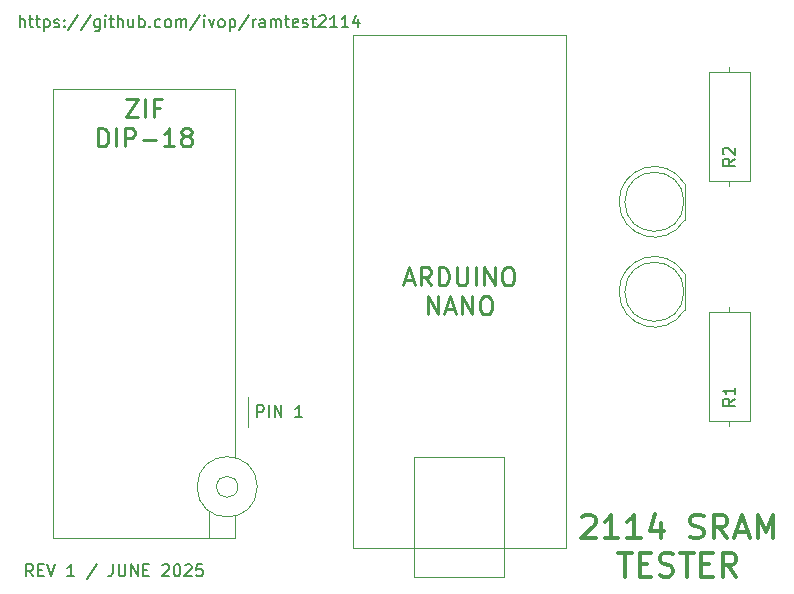
<source format=gto>
G04 #@! TF.GenerationSoftware,KiCad,Pcbnew,6.0.2+dfsg-1*
G04 #@! TF.CreationDate,2025-06-03T01:46:33+02:00*
G04 #@! TF.ProjectId,ramtest2114,72616d74-6573-4743-9231-31342e6b6963,rev?*
G04 #@! TF.SameCoordinates,Original*
G04 #@! TF.FileFunction,Legend,Top*
G04 #@! TF.FilePolarity,Positive*
%FSLAX46Y46*%
G04 Gerber Fmt 4.6, Leading zero omitted, Abs format (unit mm)*
G04 Created by KiCad (PCBNEW 6.0.2+dfsg-1) date 2025-06-03 01:46:33*
%MOMM*%
%LPD*%
G01*
G04 APERTURE LIST*
%ADD10C,0.228600*%
%ADD11C,0.300000*%
%ADD12C,0.150000*%
%ADD13C,0.120000*%
%ADD14C,0.100000*%
%ADD15R,2.000000X1.440000*%
%ADD16O,2.000000X1.440000*%
%ADD17O,1.600000X2.540000*%
%ADD18R,1.800000X2.540000*%
%ADD19O,1.800000X2.540000*%
%ADD20R,2.540000X1.600000*%
%ADD21O,2.540000X1.600000*%
G04 APERTURE END LIST*
D10*
X69015428Y-75227180D02*
X69741142Y-75227180D01*
X68870285Y-75662608D02*
X69378285Y-74138608D01*
X69886285Y-75662608D01*
X71265142Y-75662608D02*
X70757142Y-74936894D01*
X70394285Y-75662608D02*
X70394285Y-74138608D01*
X70974857Y-74138608D01*
X71120000Y-74211180D01*
X71192571Y-74283751D01*
X71265142Y-74428894D01*
X71265142Y-74646608D01*
X71192571Y-74791751D01*
X71120000Y-74864322D01*
X70974857Y-74936894D01*
X70394285Y-74936894D01*
X71918285Y-75662608D02*
X71918285Y-74138608D01*
X72281142Y-74138608D01*
X72498857Y-74211180D01*
X72644000Y-74356322D01*
X72716571Y-74501465D01*
X72789142Y-74791751D01*
X72789142Y-75009465D01*
X72716571Y-75299751D01*
X72644000Y-75444894D01*
X72498857Y-75590037D01*
X72281142Y-75662608D01*
X71918285Y-75662608D01*
X73442285Y-74138608D02*
X73442285Y-75372322D01*
X73514857Y-75517465D01*
X73587428Y-75590037D01*
X73732571Y-75662608D01*
X74022857Y-75662608D01*
X74168000Y-75590037D01*
X74240571Y-75517465D01*
X74313142Y-75372322D01*
X74313142Y-74138608D01*
X75038857Y-75662608D02*
X75038857Y-74138608D01*
X75764571Y-75662608D02*
X75764571Y-74138608D01*
X76635428Y-75662608D01*
X76635428Y-74138608D01*
X77651428Y-74138608D02*
X77941714Y-74138608D01*
X78086857Y-74211180D01*
X78232000Y-74356322D01*
X78304571Y-74646608D01*
X78304571Y-75154608D01*
X78232000Y-75444894D01*
X78086857Y-75590037D01*
X77941714Y-75662608D01*
X77651428Y-75662608D01*
X77506285Y-75590037D01*
X77361142Y-75444894D01*
X77288571Y-75154608D01*
X77288571Y-74646608D01*
X77361142Y-74356322D01*
X77506285Y-74211180D01*
X77651428Y-74138608D01*
X70974857Y-78116248D02*
X70974857Y-76592248D01*
X71845714Y-78116248D01*
X71845714Y-76592248D01*
X72498857Y-77680820D02*
X73224571Y-77680820D01*
X72353714Y-78116248D02*
X72861714Y-76592248D01*
X73369714Y-78116248D01*
X73877714Y-78116248D02*
X73877714Y-76592248D01*
X74748571Y-78116248D01*
X74748571Y-76592248D01*
X75764571Y-76592248D02*
X76054857Y-76592248D01*
X76200000Y-76664820D01*
X76345142Y-76809962D01*
X76417714Y-77100248D01*
X76417714Y-77608248D01*
X76345142Y-77898534D01*
X76200000Y-78043677D01*
X76054857Y-78116248D01*
X75764571Y-78116248D01*
X75619428Y-78043677D01*
X75474285Y-77898534D01*
X75401714Y-77608248D01*
X75401714Y-77100248D01*
X75474285Y-76809962D01*
X75619428Y-76664820D01*
X75764571Y-76592248D01*
D11*
X84059142Y-95275238D02*
X84154380Y-95180000D01*
X84344857Y-95084761D01*
X84821047Y-95084761D01*
X85011523Y-95180000D01*
X85106761Y-95275238D01*
X85202000Y-95465714D01*
X85202000Y-95656190D01*
X85106761Y-95941904D01*
X83963904Y-97084761D01*
X85202000Y-97084761D01*
X87106761Y-97084761D02*
X85963904Y-97084761D01*
X86535333Y-97084761D02*
X86535333Y-95084761D01*
X86344857Y-95370476D01*
X86154380Y-95560952D01*
X85963904Y-95656190D01*
X89011523Y-97084761D02*
X87868666Y-97084761D01*
X88440095Y-97084761D02*
X88440095Y-95084761D01*
X88249619Y-95370476D01*
X88059142Y-95560952D01*
X87868666Y-95656190D01*
X90725809Y-95751428D02*
X90725809Y-97084761D01*
X90249619Y-94989523D02*
X89773428Y-96418095D01*
X91011523Y-96418095D01*
X93202000Y-96989523D02*
X93487714Y-97084761D01*
X93963904Y-97084761D01*
X94154380Y-96989523D01*
X94249619Y-96894285D01*
X94344857Y-96703809D01*
X94344857Y-96513333D01*
X94249619Y-96322857D01*
X94154380Y-96227619D01*
X93963904Y-96132380D01*
X93582952Y-96037142D01*
X93392476Y-95941904D01*
X93297238Y-95846666D01*
X93202000Y-95656190D01*
X93202000Y-95465714D01*
X93297238Y-95275238D01*
X93392476Y-95180000D01*
X93582952Y-95084761D01*
X94059142Y-95084761D01*
X94344857Y-95180000D01*
X96344857Y-97084761D02*
X95678190Y-96132380D01*
X95202000Y-97084761D02*
X95202000Y-95084761D01*
X95963904Y-95084761D01*
X96154380Y-95180000D01*
X96249619Y-95275238D01*
X96344857Y-95465714D01*
X96344857Y-95751428D01*
X96249619Y-95941904D01*
X96154380Y-96037142D01*
X95963904Y-96132380D01*
X95202000Y-96132380D01*
X97106761Y-96513333D02*
X98059142Y-96513333D01*
X96916285Y-97084761D02*
X97582952Y-95084761D01*
X98249619Y-97084761D01*
X98916285Y-97084761D02*
X98916285Y-95084761D01*
X99582952Y-96513333D01*
X100249619Y-95084761D01*
X100249619Y-97084761D01*
X87106761Y-98304761D02*
X88249619Y-98304761D01*
X87678190Y-100304761D02*
X87678190Y-98304761D01*
X88916285Y-99257142D02*
X89582952Y-99257142D01*
X89868666Y-100304761D02*
X88916285Y-100304761D01*
X88916285Y-98304761D01*
X89868666Y-98304761D01*
X90630571Y-100209523D02*
X90916285Y-100304761D01*
X91392476Y-100304761D01*
X91582952Y-100209523D01*
X91678190Y-100114285D01*
X91773428Y-99923809D01*
X91773428Y-99733333D01*
X91678190Y-99542857D01*
X91582952Y-99447619D01*
X91392476Y-99352380D01*
X91011523Y-99257142D01*
X90821047Y-99161904D01*
X90725809Y-99066666D01*
X90630571Y-98876190D01*
X90630571Y-98685714D01*
X90725809Y-98495238D01*
X90821047Y-98400000D01*
X91011523Y-98304761D01*
X91487714Y-98304761D01*
X91773428Y-98400000D01*
X92344857Y-98304761D02*
X93487714Y-98304761D01*
X92916285Y-100304761D02*
X92916285Y-98304761D01*
X94154380Y-99257142D02*
X94821047Y-99257142D01*
X95106761Y-100304761D02*
X94154380Y-100304761D01*
X94154380Y-98304761D01*
X95106761Y-98304761D01*
X97106761Y-100304761D02*
X96440095Y-99352380D01*
X95963904Y-100304761D02*
X95963904Y-98304761D01*
X96725809Y-98304761D01*
X96916285Y-98400000D01*
X97011523Y-98495238D01*
X97106761Y-98685714D01*
X97106761Y-98971428D01*
X97011523Y-99161904D01*
X96916285Y-99257142D01*
X96725809Y-99352380D01*
X95963904Y-99352380D01*
D12*
X56539047Y-86812380D02*
X56539047Y-85812380D01*
X56920000Y-85812380D01*
X57015238Y-85860000D01*
X57062857Y-85907619D01*
X57110476Y-86002857D01*
X57110476Y-86145714D01*
X57062857Y-86240952D01*
X57015238Y-86288571D01*
X56920000Y-86336190D01*
X56539047Y-86336190D01*
X57539047Y-86812380D02*
X57539047Y-85812380D01*
X58015238Y-86812380D02*
X58015238Y-85812380D01*
X58586666Y-86812380D01*
X58586666Y-85812380D01*
X60348571Y-86812380D02*
X59777142Y-86812380D01*
X60062857Y-86812380D02*
X60062857Y-85812380D01*
X59967619Y-85955238D01*
X59872380Y-86050476D01*
X59777142Y-86098095D01*
X36442857Y-53792380D02*
X36442857Y-52792380D01*
X36871428Y-53792380D02*
X36871428Y-53268571D01*
X36823809Y-53173333D01*
X36728571Y-53125714D01*
X36585714Y-53125714D01*
X36490476Y-53173333D01*
X36442857Y-53220952D01*
X37204761Y-53125714D02*
X37585714Y-53125714D01*
X37347619Y-52792380D02*
X37347619Y-53649523D01*
X37395238Y-53744761D01*
X37490476Y-53792380D01*
X37585714Y-53792380D01*
X37776190Y-53125714D02*
X38157142Y-53125714D01*
X37919047Y-52792380D02*
X37919047Y-53649523D01*
X37966666Y-53744761D01*
X38061904Y-53792380D01*
X38157142Y-53792380D01*
X38490476Y-53125714D02*
X38490476Y-54125714D01*
X38490476Y-53173333D02*
X38585714Y-53125714D01*
X38776190Y-53125714D01*
X38871428Y-53173333D01*
X38919047Y-53220952D01*
X38966666Y-53316190D01*
X38966666Y-53601904D01*
X38919047Y-53697142D01*
X38871428Y-53744761D01*
X38776190Y-53792380D01*
X38585714Y-53792380D01*
X38490476Y-53744761D01*
X39347619Y-53744761D02*
X39442857Y-53792380D01*
X39633333Y-53792380D01*
X39728571Y-53744761D01*
X39776190Y-53649523D01*
X39776190Y-53601904D01*
X39728571Y-53506666D01*
X39633333Y-53459047D01*
X39490476Y-53459047D01*
X39395238Y-53411428D01*
X39347619Y-53316190D01*
X39347619Y-53268571D01*
X39395238Y-53173333D01*
X39490476Y-53125714D01*
X39633333Y-53125714D01*
X39728571Y-53173333D01*
X40204761Y-53697142D02*
X40252380Y-53744761D01*
X40204761Y-53792380D01*
X40157142Y-53744761D01*
X40204761Y-53697142D01*
X40204761Y-53792380D01*
X40204761Y-53173333D02*
X40252380Y-53220952D01*
X40204761Y-53268571D01*
X40157142Y-53220952D01*
X40204761Y-53173333D01*
X40204761Y-53268571D01*
X41395238Y-52744761D02*
X40538095Y-54030476D01*
X42442857Y-52744761D02*
X41585714Y-54030476D01*
X43204761Y-53125714D02*
X43204761Y-53935238D01*
X43157142Y-54030476D01*
X43109523Y-54078095D01*
X43014285Y-54125714D01*
X42871428Y-54125714D01*
X42776190Y-54078095D01*
X43204761Y-53744761D02*
X43109523Y-53792380D01*
X42919047Y-53792380D01*
X42823809Y-53744761D01*
X42776190Y-53697142D01*
X42728571Y-53601904D01*
X42728571Y-53316190D01*
X42776190Y-53220952D01*
X42823809Y-53173333D01*
X42919047Y-53125714D01*
X43109523Y-53125714D01*
X43204761Y-53173333D01*
X43680952Y-53792380D02*
X43680952Y-53125714D01*
X43680952Y-52792380D02*
X43633333Y-52840000D01*
X43680952Y-52887619D01*
X43728571Y-52840000D01*
X43680952Y-52792380D01*
X43680952Y-52887619D01*
X44014285Y-53125714D02*
X44395238Y-53125714D01*
X44157142Y-52792380D02*
X44157142Y-53649523D01*
X44204761Y-53744761D01*
X44300000Y-53792380D01*
X44395238Y-53792380D01*
X44728571Y-53792380D02*
X44728571Y-52792380D01*
X45157142Y-53792380D02*
X45157142Y-53268571D01*
X45109523Y-53173333D01*
X45014285Y-53125714D01*
X44871428Y-53125714D01*
X44776190Y-53173333D01*
X44728571Y-53220952D01*
X46061904Y-53125714D02*
X46061904Y-53792380D01*
X45633333Y-53125714D02*
X45633333Y-53649523D01*
X45680952Y-53744761D01*
X45776190Y-53792380D01*
X45919047Y-53792380D01*
X46014285Y-53744761D01*
X46061904Y-53697142D01*
X46538095Y-53792380D02*
X46538095Y-52792380D01*
X46538095Y-53173333D02*
X46633333Y-53125714D01*
X46823809Y-53125714D01*
X46919047Y-53173333D01*
X46966666Y-53220952D01*
X47014285Y-53316190D01*
X47014285Y-53601904D01*
X46966666Y-53697142D01*
X46919047Y-53744761D01*
X46823809Y-53792380D01*
X46633333Y-53792380D01*
X46538095Y-53744761D01*
X47442857Y-53697142D02*
X47490476Y-53744761D01*
X47442857Y-53792380D01*
X47395238Y-53744761D01*
X47442857Y-53697142D01*
X47442857Y-53792380D01*
X48347619Y-53744761D02*
X48252380Y-53792380D01*
X48061904Y-53792380D01*
X47966666Y-53744761D01*
X47919047Y-53697142D01*
X47871428Y-53601904D01*
X47871428Y-53316190D01*
X47919047Y-53220952D01*
X47966666Y-53173333D01*
X48061904Y-53125714D01*
X48252380Y-53125714D01*
X48347619Y-53173333D01*
X48919047Y-53792380D02*
X48823809Y-53744761D01*
X48776190Y-53697142D01*
X48728571Y-53601904D01*
X48728571Y-53316190D01*
X48776190Y-53220952D01*
X48823809Y-53173333D01*
X48919047Y-53125714D01*
X49061904Y-53125714D01*
X49157142Y-53173333D01*
X49204761Y-53220952D01*
X49252380Y-53316190D01*
X49252380Y-53601904D01*
X49204761Y-53697142D01*
X49157142Y-53744761D01*
X49061904Y-53792380D01*
X48919047Y-53792380D01*
X49680952Y-53792380D02*
X49680952Y-53125714D01*
X49680952Y-53220952D02*
X49728571Y-53173333D01*
X49823809Y-53125714D01*
X49966666Y-53125714D01*
X50061904Y-53173333D01*
X50109523Y-53268571D01*
X50109523Y-53792380D01*
X50109523Y-53268571D02*
X50157142Y-53173333D01*
X50252380Y-53125714D01*
X50395238Y-53125714D01*
X50490476Y-53173333D01*
X50538095Y-53268571D01*
X50538095Y-53792380D01*
X51728571Y-52744761D02*
X50871428Y-54030476D01*
X52061904Y-53792380D02*
X52061904Y-53125714D01*
X52061904Y-52792380D02*
X52014285Y-52840000D01*
X52061904Y-52887619D01*
X52109523Y-52840000D01*
X52061904Y-52792380D01*
X52061904Y-52887619D01*
X52442857Y-53125714D02*
X52680952Y-53792380D01*
X52919047Y-53125714D01*
X53442857Y-53792380D02*
X53347619Y-53744761D01*
X53300000Y-53697142D01*
X53252380Y-53601904D01*
X53252380Y-53316190D01*
X53300000Y-53220952D01*
X53347619Y-53173333D01*
X53442857Y-53125714D01*
X53585714Y-53125714D01*
X53680952Y-53173333D01*
X53728571Y-53220952D01*
X53776190Y-53316190D01*
X53776190Y-53601904D01*
X53728571Y-53697142D01*
X53680952Y-53744761D01*
X53585714Y-53792380D01*
X53442857Y-53792380D01*
X54204761Y-53125714D02*
X54204761Y-54125714D01*
X54204761Y-53173333D02*
X54299999Y-53125714D01*
X54490476Y-53125714D01*
X54585714Y-53173333D01*
X54633333Y-53220952D01*
X54680952Y-53316190D01*
X54680952Y-53601904D01*
X54633333Y-53697142D01*
X54585714Y-53744761D01*
X54490476Y-53792380D01*
X54299999Y-53792380D01*
X54204761Y-53744761D01*
X55823809Y-52744761D02*
X54966666Y-54030476D01*
X56157142Y-53792380D02*
X56157142Y-53125714D01*
X56157142Y-53316190D02*
X56204761Y-53220952D01*
X56252380Y-53173333D01*
X56347619Y-53125714D01*
X56442857Y-53125714D01*
X57204761Y-53792380D02*
X57204761Y-53268571D01*
X57157142Y-53173333D01*
X57061904Y-53125714D01*
X56871428Y-53125714D01*
X56776190Y-53173333D01*
X57204761Y-53744761D02*
X57109523Y-53792380D01*
X56871428Y-53792380D01*
X56776190Y-53744761D01*
X56728571Y-53649523D01*
X56728571Y-53554285D01*
X56776190Y-53459047D01*
X56871428Y-53411428D01*
X57109523Y-53411428D01*
X57204761Y-53363809D01*
X57680952Y-53792380D02*
X57680952Y-53125714D01*
X57680952Y-53220952D02*
X57728571Y-53173333D01*
X57823809Y-53125714D01*
X57966666Y-53125714D01*
X58061904Y-53173333D01*
X58109523Y-53268571D01*
X58109523Y-53792380D01*
X58109523Y-53268571D02*
X58157142Y-53173333D01*
X58252380Y-53125714D01*
X58395238Y-53125714D01*
X58490476Y-53173333D01*
X58538095Y-53268571D01*
X58538095Y-53792380D01*
X58871428Y-53125714D02*
X59252380Y-53125714D01*
X59014285Y-52792380D02*
X59014285Y-53649523D01*
X59061904Y-53744761D01*
X59157142Y-53792380D01*
X59252380Y-53792380D01*
X59966666Y-53744761D02*
X59871428Y-53792380D01*
X59680952Y-53792380D01*
X59585714Y-53744761D01*
X59538095Y-53649523D01*
X59538095Y-53268571D01*
X59585714Y-53173333D01*
X59680952Y-53125714D01*
X59871428Y-53125714D01*
X59966666Y-53173333D01*
X60014285Y-53268571D01*
X60014285Y-53363809D01*
X59538095Y-53459047D01*
X60395238Y-53744761D02*
X60490476Y-53792380D01*
X60680952Y-53792380D01*
X60776190Y-53744761D01*
X60823809Y-53649523D01*
X60823809Y-53601904D01*
X60776190Y-53506666D01*
X60680952Y-53459047D01*
X60538095Y-53459047D01*
X60442857Y-53411428D01*
X60395238Y-53316190D01*
X60395238Y-53268571D01*
X60442857Y-53173333D01*
X60538095Y-53125714D01*
X60680952Y-53125714D01*
X60776190Y-53173333D01*
X61109523Y-53125714D02*
X61490476Y-53125714D01*
X61252380Y-52792380D02*
X61252380Y-53649523D01*
X61299999Y-53744761D01*
X61395238Y-53792380D01*
X61490476Y-53792380D01*
X61776190Y-52887619D02*
X61823809Y-52840000D01*
X61919047Y-52792380D01*
X62157142Y-52792380D01*
X62252380Y-52840000D01*
X62299999Y-52887619D01*
X62347619Y-52982857D01*
X62347619Y-53078095D01*
X62299999Y-53220952D01*
X61728571Y-53792380D01*
X62347619Y-53792380D01*
X63299999Y-53792380D02*
X62728571Y-53792380D01*
X63014285Y-53792380D02*
X63014285Y-52792380D01*
X62919047Y-52935238D01*
X62823809Y-53030476D01*
X62728571Y-53078095D01*
X64252380Y-53792380D02*
X63680952Y-53792380D01*
X63966666Y-53792380D02*
X63966666Y-52792380D01*
X63871428Y-52935238D01*
X63776190Y-53030476D01*
X63680952Y-53078095D01*
X65109523Y-53125714D02*
X65109523Y-53792380D01*
X64871428Y-52744761D02*
X64633333Y-53459047D01*
X65252380Y-53459047D01*
D10*
X45466000Y-59914608D02*
X46482000Y-59914608D01*
X45466000Y-61438608D01*
X46482000Y-61438608D01*
X47062571Y-61438608D02*
X47062571Y-59914608D01*
X48296285Y-60640322D02*
X47788285Y-60640322D01*
X47788285Y-61438608D02*
X47788285Y-59914608D01*
X48514000Y-59914608D01*
X43071142Y-63892248D02*
X43071142Y-62368248D01*
X43434000Y-62368248D01*
X43651714Y-62440820D01*
X43796857Y-62585962D01*
X43869428Y-62731105D01*
X43942000Y-63021391D01*
X43942000Y-63239105D01*
X43869428Y-63529391D01*
X43796857Y-63674534D01*
X43651714Y-63819677D01*
X43434000Y-63892248D01*
X43071142Y-63892248D01*
X44595142Y-63892248D02*
X44595142Y-62368248D01*
X45320857Y-63892248D02*
X45320857Y-62368248D01*
X45901428Y-62368248D01*
X46046571Y-62440820D01*
X46119142Y-62513391D01*
X46191714Y-62658534D01*
X46191714Y-62876248D01*
X46119142Y-63021391D01*
X46046571Y-63093962D01*
X45901428Y-63166534D01*
X45320857Y-63166534D01*
X46844857Y-63311677D02*
X48006000Y-63311677D01*
X49530000Y-63892248D02*
X48659142Y-63892248D01*
X49094571Y-63892248D02*
X49094571Y-62368248D01*
X48949428Y-62585962D01*
X48804285Y-62731105D01*
X48659142Y-62803677D01*
X50400857Y-63021391D02*
X50255714Y-62948820D01*
X50183142Y-62876248D01*
X50110571Y-62731105D01*
X50110571Y-62658534D01*
X50183142Y-62513391D01*
X50255714Y-62440820D01*
X50400857Y-62368248D01*
X50691142Y-62368248D01*
X50836285Y-62440820D01*
X50908857Y-62513391D01*
X50981428Y-62658534D01*
X50981428Y-62731105D01*
X50908857Y-62876248D01*
X50836285Y-62948820D01*
X50691142Y-63021391D01*
X50400857Y-63021391D01*
X50255714Y-63093962D01*
X50183142Y-63166534D01*
X50110571Y-63311677D01*
X50110571Y-63601962D01*
X50183142Y-63747105D01*
X50255714Y-63819677D01*
X50400857Y-63892248D01*
X50691142Y-63892248D01*
X50836285Y-63819677D01*
X50908857Y-63747105D01*
X50981428Y-63601962D01*
X50981428Y-63311677D01*
X50908857Y-63166534D01*
X50836285Y-63093962D01*
X50691142Y-63021391D01*
D12*
X37569047Y-100274380D02*
X37235714Y-99798190D01*
X36997619Y-100274380D02*
X36997619Y-99274380D01*
X37378571Y-99274380D01*
X37473809Y-99322000D01*
X37521428Y-99369619D01*
X37569047Y-99464857D01*
X37569047Y-99607714D01*
X37521428Y-99702952D01*
X37473809Y-99750571D01*
X37378571Y-99798190D01*
X36997619Y-99798190D01*
X37997619Y-99750571D02*
X38330952Y-99750571D01*
X38473809Y-100274380D02*
X37997619Y-100274380D01*
X37997619Y-99274380D01*
X38473809Y-99274380D01*
X38759523Y-99274380D02*
X39092857Y-100274380D01*
X39426190Y-99274380D01*
X41045238Y-100274380D02*
X40473809Y-100274380D01*
X40759523Y-100274380D02*
X40759523Y-99274380D01*
X40664285Y-99417238D01*
X40569047Y-99512476D01*
X40473809Y-99560095D01*
X42950000Y-99226761D02*
X42092857Y-100512476D01*
X44330952Y-99274380D02*
X44330952Y-99988666D01*
X44283333Y-100131523D01*
X44188095Y-100226761D01*
X44045238Y-100274380D01*
X43950000Y-100274380D01*
X44807142Y-99274380D02*
X44807142Y-100083904D01*
X44854761Y-100179142D01*
X44902380Y-100226761D01*
X44997619Y-100274380D01*
X45188095Y-100274380D01*
X45283333Y-100226761D01*
X45330952Y-100179142D01*
X45378571Y-100083904D01*
X45378571Y-99274380D01*
X45854761Y-100274380D02*
X45854761Y-99274380D01*
X46426190Y-100274380D01*
X46426190Y-99274380D01*
X46902380Y-99750571D02*
X47235714Y-99750571D01*
X47378571Y-100274380D02*
X46902380Y-100274380D01*
X46902380Y-99274380D01*
X47378571Y-99274380D01*
X48521428Y-99369619D02*
X48569047Y-99322000D01*
X48664285Y-99274380D01*
X48902380Y-99274380D01*
X48997619Y-99322000D01*
X49045238Y-99369619D01*
X49092857Y-99464857D01*
X49092857Y-99560095D01*
X49045238Y-99702952D01*
X48473809Y-100274380D01*
X49092857Y-100274380D01*
X49711904Y-99274380D02*
X49807142Y-99274380D01*
X49902380Y-99322000D01*
X49949999Y-99369619D01*
X49997619Y-99464857D01*
X50045238Y-99655333D01*
X50045238Y-99893428D01*
X49997619Y-100083904D01*
X49949999Y-100179142D01*
X49902380Y-100226761D01*
X49807142Y-100274380D01*
X49711904Y-100274380D01*
X49616666Y-100226761D01*
X49569047Y-100179142D01*
X49521428Y-100083904D01*
X49473809Y-99893428D01*
X49473809Y-99655333D01*
X49521428Y-99464857D01*
X49569047Y-99369619D01*
X49616666Y-99322000D01*
X49711904Y-99274380D01*
X50426190Y-99369619D02*
X50473809Y-99322000D01*
X50569047Y-99274380D01*
X50807142Y-99274380D01*
X50902380Y-99322000D01*
X50949999Y-99369619D01*
X50997619Y-99464857D01*
X50997619Y-99560095D01*
X50949999Y-99702952D01*
X50378571Y-100274380D01*
X50997619Y-100274380D01*
X51902380Y-99274380D02*
X51426190Y-99274380D01*
X51378571Y-99750571D01*
X51426190Y-99702952D01*
X51521428Y-99655333D01*
X51759523Y-99655333D01*
X51854761Y-99702952D01*
X51902380Y-99750571D01*
X51949999Y-99845809D01*
X51949999Y-100083904D01*
X51902380Y-100179142D01*
X51854761Y-100226761D01*
X51759523Y-100274380D01*
X51521428Y-100274380D01*
X51426190Y-100226761D01*
X51378571Y-100179142D01*
X96972380Y-85256666D02*
X96496190Y-85590000D01*
X96972380Y-85828095D02*
X95972380Y-85828095D01*
X95972380Y-85447142D01*
X96020000Y-85351904D01*
X96067619Y-85304285D01*
X96162857Y-85256666D01*
X96305714Y-85256666D01*
X96400952Y-85304285D01*
X96448571Y-85351904D01*
X96496190Y-85447142D01*
X96496190Y-85828095D01*
X96972380Y-84304285D02*
X96972380Y-84875714D01*
X96972380Y-84590000D02*
X95972380Y-84590000D01*
X96115238Y-84685238D01*
X96210476Y-84780476D01*
X96258095Y-84875714D01*
X96972380Y-64936666D02*
X96496190Y-65270000D01*
X96972380Y-65508095D02*
X95972380Y-65508095D01*
X95972380Y-65127142D01*
X96020000Y-65031904D01*
X96067619Y-64984285D01*
X96162857Y-64936666D01*
X96305714Y-64936666D01*
X96400952Y-64984285D01*
X96448571Y-65031904D01*
X96496190Y-65127142D01*
X96496190Y-65508095D01*
X96067619Y-64555714D02*
X96020000Y-64508095D01*
X95972380Y-64412857D01*
X95972380Y-64174761D01*
X96020000Y-64079523D01*
X96067619Y-64031904D01*
X96162857Y-63984285D01*
X96258095Y-63984285D01*
X96400952Y-64031904D01*
X96972380Y-64603333D01*
X96972380Y-63984285D01*
D13*
X39290000Y-59020000D02*
X39290000Y-97020000D01*
X55750000Y-85090000D02*
X55750000Y-87630000D01*
X54690000Y-59020000D02*
X39290000Y-59020000D01*
X52450000Y-97020000D02*
X52450000Y-94760000D01*
X54690000Y-90260000D02*
X54690000Y-59020000D01*
X54690000Y-97020000D02*
X54690000Y-95160000D01*
X39290000Y-97020000D02*
X54690000Y-97020000D01*
X56550000Y-92710000D02*
G75*
G03*
X56550000Y-92710000I-2550000J0D01*
G01*
X54900000Y-92710000D02*
G75*
G03*
X54900000Y-92710000I-900000J0D01*
G01*
X96520000Y-77240000D02*
X96520000Y-77930000D01*
X94800000Y-87170000D02*
X98240000Y-87170000D01*
X98240000Y-87170000D02*
X98240000Y-77930000D01*
X94800000Y-77930000D02*
X94800000Y-87170000D01*
X96520000Y-87860000D02*
X96520000Y-87170000D01*
X98240000Y-77930000D02*
X94800000Y-77930000D01*
X92730000Y-77745000D02*
X92730000Y-74655000D01*
X92730000Y-74655170D02*
G75*
G03*
X87180000Y-76200462I-2560000J-1544830D01*
G01*
X87180000Y-76199538D02*
G75*
G03*
X92730000Y-77744830I2990000J-462D01*
G01*
X92670000Y-76200000D02*
G75*
G03*
X92670000Y-76200000I-2500000J0D01*
G01*
X98240000Y-66850000D02*
X98240000Y-57610000D01*
X94800000Y-57610000D02*
X94800000Y-66850000D01*
X94800000Y-66850000D02*
X98240000Y-66850000D01*
X98240000Y-57610000D02*
X94800000Y-57610000D01*
X96520000Y-56920000D02*
X96520000Y-57610000D01*
X96520000Y-67540000D02*
X96520000Y-66850000D01*
D14*
X69850000Y-90170000D02*
X77470000Y-90170000D01*
D13*
X64640000Y-54480000D02*
X64640000Y-57150000D01*
X82680000Y-97920000D02*
X82680000Y-54480000D01*
D14*
X77470000Y-90170000D02*
X77470000Y-100330000D01*
D13*
X64640000Y-57150000D02*
X64640000Y-59690000D01*
X82680000Y-54480000D02*
X64640000Y-54480000D01*
D14*
X69850000Y-100330000D02*
X69850000Y-90170000D01*
D13*
X64640000Y-59690000D02*
X64640000Y-97920000D01*
D14*
X77470000Y-100330000D02*
X69850000Y-100330000D01*
D13*
X64640000Y-97920000D02*
X82680000Y-97920000D01*
X92730000Y-70125000D02*
X92730000Y-67035000D01*
X92730000Y-67035170D02*
G75*
G03*
X87180000Y-68580462I-2560000J-1544830D01*
G01*
X87180000Y-68579538D02*
G75*
G03*
X92730000Y-70124830I2990000J-462D01*
G01*
X92670000Y-68580000D02*
G75*
G03*
X92670000Y-68580000I-2500000J0D01*
G01*
%LPC*%
D15*
X50800000Y-86360000D03*
D16*
X50800000Y-83820000D03*
X50800000Y-81280000D03*
X50800000Y-78740000D03*
X50800000Y-76200000D03*
X50800000Y-73660000D03*
X50800000Y-71120000D03*
X50800000Y-68580000D03*
X50800000Y-66040000D03*
X43180000Y-66040000D03*
X43180000Y-68580000D03*
X43180000Y-71120000D03*
X43180000Y-73660000D03*
X43180000Y-76200000D03*
X43180000Y-78740000D03*
X43180000Y-81280000D03*
X43180000Y-83820000D03*
X43180000Y-86360000D03*
D17*
X96520000Y-76200000D03*
X96520000Y-88900000D03*
D18*
X91440000Y-76200000D03*
D19*
X88900000Y-76200000D03*
D17*
X96520000Y-68580000D03*
X96520000Y-55880000D03*
D20*
X66040000Y-58420000D03*
D21*
X66040000Y-60960000D03*
X66040000Y-63500000D03*
X66040000Y-66040000D03*
X66040000Y-68580000D03*
X66040000Y-71120000D03*
X66040000Y-73660000D03*
X66040000Y-76200000D03*
X66040000Y-78740000D03*
X66040000Y-81280000D03*
X66040000Y-83820000D03*
X66040000Y-86360000D03*
X66040000Y-88900000D03*
X66040000Y-91440000D03*
X66040000Y-93980000D03*
X81280000Y-93980000D03*
X81280000Y-91440000D03*
X81280000Y-88900000D03*
X81280000Y-86360000D03*
X81280000Y-83820000D03*
X81280000Y-81280000D03*
X81280000Y-78740000D03*
X81280000Y-76200000D03*
X81280000Y-73660000D03*
X81280000Y-71120000D03*
X81280000Y-68580000D03*
X81280000Y-66040000D03*
X81280000Y-63500000D03*
X81280000Y-60960000D03*
X81280000Y-58420000D03*
D18*
X91440000Y-68580000D03*
D19*
X88900000Y-68580000D03*
M02*

</source>
